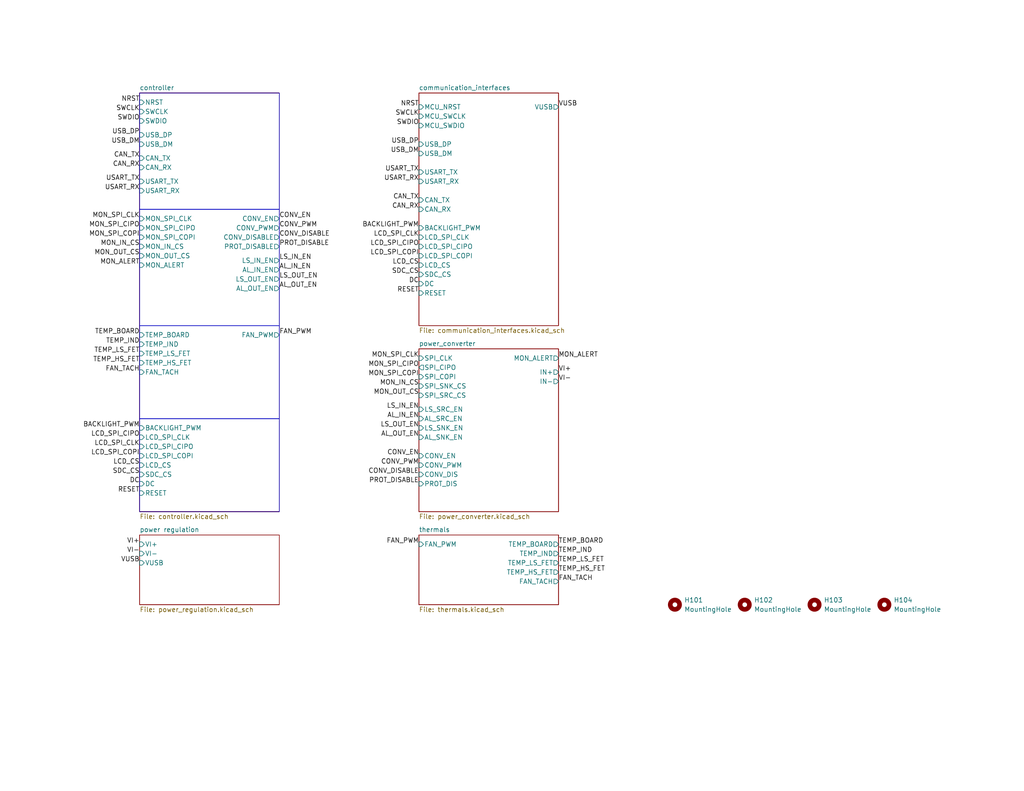
<source format=kicad_sch>
(kicad_sch (version 20231120) (generator "eeschema") (generator_version "8.0")
  (paper "USLetter")
  (title_block (title "Mighty MPPT") (date "2024-08-31") (rev "v0.1.0rc") (comment 1 "Matthew Yu") (comment 2 "Jacob Pustilnik"))
  (lib_symbols
    (symbol "Mechanical:MountingHole" (pin_names (offset 1.016)) (exclude_from_sim yes) (in_bom no)
      (property "Reference" "H" (at 0 5.08 0))
      (property "Value" "MountingHole" (at 0 3.175 0))
      (symbol "MountingHole_0_1"
        (circle (center 0 0) (radius 1.27) (stroke (width 1.27)))
      )
    )
  )
  (rectangle (start 38.1 114.3) (end 76.2 139.7))
  (rectangle (start 38.1 57.15) (end 76.2 88.9))
  (rectangle (start 38.1 88.9) (end 76.2 114.3))
  (rectangle (start 38.1 25.4) (end 76.2 57.15))
  (label "CAN_TX" (at 114.3 54.61 180))
  (label "VI-" (at 38.1 151.13 180))
  (label "SWCLK" (at 114.3 31.75 180))
  (label "FAN_TACH" (at 152.4 158.75 0))
  (label "SDC_CS" (at 114.3 74.93 180))
  (label "FAN_PWM" (at 76.2 91.44 0))
  (label "LCD_CS" (at 114.3 72.39 180))
  (label "MON_SPI_CLK" (at 114.3 97.79 180))
  (label "TEMP_LS_FET" (at 152.4 153.67 0))
  (label "VUSB" (at 38.1 153.67 180))
  (label "SWDIO" (at 38.1 33.02 180))
  (label "NRST" (at 114.3 29.21 180))
  (label "VUSB" (at 152.4 29.21 0))
  (label "USART_TX" (at 114.3 46.99 180))
  (label "AL_IN_EN" (at 114.3 114.3 180))
  (label "TEMP_BOARD" (at 38.1 91.44 180))
  (label "RESET" (at 38.1 134.62 180))
  (label "LCD_SPI_COPI" (at 38.1 124.46 180))
  (label "MON_ALERT" (at 38.1 72.39 180))
  (label "CAN_RX" (at 114.3 57.15 180))
  (label "TEMP_HS_FET" (at 38.1 99.06 180))
  (label "PROT_DISABLE" (at 76.2 67.31 0))
  (label "VI+" (at 38.1 148.59 180))
  (label "MON_SPI_CIPO" (at 38.1 62.23 180))
  (label "USB_DM" (at 114.3 41.91 180))
  (label "BACKLIGHT_PWM" (at 38.1 116.84 180))
  (label "CONV_DISABLE" (at 76.2 64.77 0))
  (label "TEMP_BOARD" (at 152.4 148.59 0))
  (label "MON_SPI_COPI" (at 38.1 64.77 180))
  (label "MON_IN_CS" (at 38.1 67.31 180))
  (label "SWDIO" (at 114.3 34.29 180))
  (label "MON_OUT_CS" (at 114.3 107.95 180))
  (label "MON_IN_CS" (at 114.3 105.41 180))
  (label "NRST" (at 38.1 27.94 180))
  (label "CONV_PWM" (at 114.3 127 180))
  (label "USART_RX" (at 38.1 52.07 180))
  (label "LS_OUT_EN" (at 76.2 76.2 0))
  (label "MON_SPI_CIPO" (at 114.3 100.33 180))
  (label "DC" (at 38.1 132.08 180))
  (label "USB_DP" (at 114.3 39.37 180))
  (label "LCD_CS" (at 38.1 127 180))
  (label "CONV_DISABLE" (at 114.3 129.54 180))
  (label "PROT_DISABLE" (at 114.3 132.08 180))
  (label "DC" (at 114.3 77.47 180))
  (label "BACKLIGHT_PWM" (at 114.3 62.23 180))
  (label "RESET" (at 114.3 80.01 180))
  (label "MON_SPI_COPI" (at 114.3 102.87 180))
  (label "USB_DM" (at 38.1 39.37 180))
  (label "CONV_EN" (at 76.2 59.69 0))
  (label "MON_OUT_CS" (at 38.1 69.85 180))
  (label "AL_OUT_EN" (at 114.3 119.38 180))
  (label "LCD_SPI_CLK" (at 114.3 64.77 180))
  (label "CAN_RX" (at 38.1 45.72 180))
  (label "TEMP_IND" (at 152.4 151.13 0))
  (label "TEMP_IND" (at 38.1 93.98 180))
  (label "SWCLK" (at 38.1 30.48 180))
  (label "LCD_SPI_CIPO" (at 114.3 67.31 180))
  (label "VI+" (at 152.4 101.6 0))
  (label "AL_IN_EN" (at 76.2 73.66 0))
  (label "LS_IN_EN" (at 76.2 71.12 0))
  (label "TEMP_HS_FET" (at 152.4 156.21 0))
  (label "CAN_TX" (at 38.1 43.18 180))
  (label "CONV_PWM" (at 76.2 62.23 0))
  (label "VI-" (at 152.4 104.14 0))
  (label "AL_OUT_EN" (at 76.2 78.74 0))
  (label "USB_DP" (at 38.1 36.83 180))
  (label "LCD_SPI_CIPO" (at 38.1 119.38 180))
  (label "LS_IN_EN" (at 114.3 111.76 180))
  (label "FAN_TACH" (at 38.1 101.6 180))
  (label "FAN_PWM" (at 114.3 148.59 180))
  (label "CONV_EN" (at 114.3 124.46 180))
  (label "USART_TX" (at 38.1 49.53 180))
  (label "TEMP_LS_FET" (at 38.1 96.52 180))
  (label "MON_SPI_CLK" (at 38.1 59.69 180))
  (label "LCD_SPI_COPI" (at 114.3 69.85 180))
  (label "MON_ALERT" (at 152.4 97.79 0))
  (label "LS_OUT_EN" (at 114.3 116.84 180))
  (label "LCD_SPI_CLK" (at 38.1 121.92 180))
  (label "USART_RX" (at 114.3 49.53 180))
  (label "SDC_CS" (at 38.1 129.54 180))
  (symbol (lib_id "Mechanical:MountingHole") (at 222.25 165.1 0) (unit 1) (in_bom no)
    (property "Reference" "H103" (at 224.79 163.8299 0) (effects (justify left)))
    (property "Value" "MountingHole" (at 224.79 166.3699 0) (effects (justify left)))
    (property "Footprint" "MountingHole:MountingHole_2.7mm_M2.5_DIN965_Pad_TopBottom" (effects (hide yes)))
    (property "Description" "Mounting Hole without connection" (effects (hide yes)))
    (property "Notes" "M2.5 Hole" (effects (hide yes)))
  )
  (symbol (lib_id "Mechanical:MountingHole") (at 184.15 165.1 0) (unit 1) (in_bom no)
    (property "Reference" "H101" (at 186.69 163.8299 0) (effects (justify left)))
    (property "Value" "MountingHole" (at 186.69 166.3699 0) (effects (justify left)))
    (property "Footprint" "MountingHole:MountingHole_2.7mm_M2.5_DIN965_Pad_TopBottom" (effects (hide yes)))
    (property "Description" "Mounting Hole without connection" (effects (hide yes)))
    (property "Notes" "M2.5 Hole" (effects (hide yes)))
  )
  (symbol (lib_id "Mechanical:MountingHole") (at 241.3 165.1 0) (unit 1) (in_bom no)
    (property "Reference" "H104" (at 243.84 163.8299 0) (effects (justify left)))
    (property "Value" "MountingHole" (at 243.84 166.3699 0) (effects (justify left)))
    (property "Footprint" "MountingHole:MountingHole_2.7mm_M2.5_DIN965_Pad_TopBottom" (effects (hide yes)))
    (property "Description" "Mounting Hole without connection" (effects (hide yes)))
    (property "Notes" "M2.5 Hole" (effects (hide yes)))
  )
  (symbol (lib_id "Mechanical:MountingHole") (at 203.2 165.1 0) (unit 1) (in_bom no)
    (property "Reference" "H102" (at 205.74 163.8299 0) (effects (justify left)))
    (property "Value" "MountingHole" (at 205.74 166.3699 0) (effects (justify left)))
    (property "Footprint" "MountingHole:MountingHole_2.7mm_M2.5_DIN965_Pad_TopBottom" (effects (hide yes)))
    (property "Description" "Mounting Hole without connection" (effects (hide yes)))
    (property "Notes" "M2.5 Hole" (effects (hide yes)))
  )
  (sheet (at 114.3 95.25) (size 38.1 44.45) (stroke (width 0.1524))
    (property "Sheetname" "power_converter" (at 114.3 94.5384 0) (effects (justify left bottom)))
    (property "Sheetfile" "power_converter.kicad_sch" (at 114.3 140.2846 0) (effects (justify left top)))
    (pin "SPI_SNK_CS" input (at 114.3 105.41 180))
    (pin "SPI_CLK" input (at 114.3 97.79 180))
    (pin "SPI_COPI" input (at 114.3 102.87 180))
    (pin "SPI_CIPO" output (at 114.3 100.33 180))
    (pin "SPI_SRC_CS" input (at 114.3 107.95 180))
    (pin "AL_SNK_EN" input (at 114.3 119.38 180))
    (pin "LS_SNK_EN" input (at 114.3 116.84 180))
    (pin "AL_SRC_EN" input (at 114.3 114.3 180))
    (pin "LS_SRC_EN" input (at 114.3 111.76 180))
    (pin "CONV_DIS" input (at 114.3 129.54 180))
    (pin "PROT_DIS" input (at 114.3 132.08 180))
    (pin "CONV_PWM" input (at 114.3 127 180))
    (pin "CONV_EN" input (at 114.3 124.46 180))
    (pin "IN+" output (at 152.4 101.6 0))
    (pin "IN-" output (at 152.4 104.14 0))
    (pin "MON_ALERT" output (at 152.4 97.79 0))
  )
  (sheet (at 38.1 146.05) (size 38.1 19.05) (stroke (width 0.1524))
    (property "Sheetname" "power regulation" (at 38.1 145.3384 0) (effects (justify left bottom)))
    (property "Sheetfile" "power_regulation.kicad_sch" (at 38.1 165.6846 0) (effects (justify left top)))
    (pin "VI-" input (at 38.1 151.13 180))
    (pin "VI+" input (at 38.1 148.59 180))
    (pin "VUSB" input (at 38.1 153.67 180))
  )
  (sheet (at 38.1 25.4) (size 38.1 114.3) (stroke (width 0.1524))
    (property "Sheetname" "controller" (at 38.1 24.6884 0) (effects (justify left bottom)))
    (property "Sheetfile" "controller.kicad_sch" (at 38.1 140.2846 0) (effects (justify left top)))
    (pin "TEMP_HS_FET" input (at 38.1 99.06 180))
    (pin "TEMP_LS_FET" input (at 38.1 96.52 180))
    (pin "LCD_CS" input (at 38.1 127 180))
    (pin "TEMP_IND" input (at 38.1 93.98 180))
    (pin "MON_ALERT" input (at 38.1 72.39 180))
    (pin "MON_OUT_CS" input (at 38.1 69.85 180))
    (pin "TEMP_BOARD" input (at 38.1 91.44 180))
    (pin "LCD_SPI_CIPO" input (at 38.1 121.92 180))
    (pin "LCD_SPI_COPI" input (at 38.1 124.46 180))
    (pin "LCD_SPI_CLK" input (at 38.1 119.38 180))
    (pin "CONV_EN" output (at 76.2 59.69 0))
    (pin "FAN_PWM" output (at 76.2 91.44 0))
    (pin "USB_DM" input (at 38.1 39.37 180))
    (pin "SWCLK" input (at 38.1 30.48 180))
    (pin "SWDIO" input (at 38.1 33.02 180))
    (pin "AL_IN_EN" output (at 76.2 73.66 0))
    (pin "LS_IN_EN" output (at 76.2 71.12 0))
    (pin "USART_TX" input (at 38.1 49.53 180))
    (pin "PROT_DISABLE" output (at 76.2 67.31 0))
    (pin "CONV_DISABLE" output (at 76.2 64.77 0))
    (pin "AL_OUT_EN" output (at 76.2 78.74 0))
    (pin "CONV_PWM" output (at 76.2 62.23 0))
    (pin "BACKLIGHT_PWM" input (at 38.1 116.84 180))
    (pin "MON_IN_CS" input (at 38.1 67.31 180))
    (pin "LS_OUT_EN" output (at 76.2 76.2 0))
    (pin "MON_SPI_CLK" input (at 38.1 59.69 180))
    (pin "MON_SPI_CIPO" input (at 38.1 62.23 180))
    (pin "USART_RX" input (at 38.1 52.07 180))
    (pin "MON_SPI_COPI" input (at 38.1 64.77 180))
    (pin "CAN_RX" input (at 38.1 45.72 180))
    (pin "RESET" input (at 38.1 134.62 180))
    (pin "DC" input (at 38.1 132.08 180))
    (pin "USB_DP" input (at 38.1 36.83 180))
    (pin "SDC_CS" input (at 38.1 129.54 180))
    (pin "CAN_TX" input (at 38.1 43.18 180))
    (pin "NRST" input (at 38.1 27.94 180))
    (pin "FAN_TACH" input (at 38.1 101.6 180))
  )
  (sheet (at 114.3 146.05) (size 38.1 19.05) (stroke (width 0.1524))
    (property "Sheetname" "thermals" (at 114.3 145.3384 0) (effects (justify left bottom)))
    (property "Sheetfile" "thermals.kicad_sch" (at 114.3 165.6846 0) (effects (justify left top)))
    (pin "TEMP_LS_FET" output (at 152.4 153.67 0))
    (pin "TEMP_HS_FET" output (at 152.4 156.21 0))
    (pin "TEMP_IND" output (at 152.4 151.13 0))
    (pin "FAN_PWM" input (at 114.3 148.59 180))
    (pin "TEMP_BOARD" output (at 152.4 148.59 0))
    (pin "FAN_TACH" output (at 152.4 158.75 0))
  )
  (sheet (at 114.3 25.4) (size 38.1 63.5) (stroke (width 0.1524))
    (property "Sheetname" "communication_interfaces" (at 114.3 24.6884 0) (effects (justify left bottom)))
    (property "Sheetfile" "communication_interfaces.kicad_sch" (at 114.3 89.4846 0) (effects (justify left top)))
    (pin "CAN_RX" input (at 114.3 57.15 180))
    (pin "CAN_TX" input (at 114.3 54.61 180))
    (pin "USB_DP" input (at 114.3 39.37 180))
    (pin "USB_DM" input (at 114.3 41.91 180))
    (pin "MCU_NRST" input (at 114.3 29.21 180))
    (pin "MCU_SWCLK" input (at 114.3 31.75 180))
    (pin "MCU_SWDIO" input (at 114.3 34.29 180))
    (pin "USART_TX" input (at 114.3 46.99 180))
    (pin "USART_RX" input (at 114.3 49.53 180))
    (pin "BACKLIGHT_PWM" input (at 114.3 62.23 180))
    (pin "LCD_SPI_CLK" input (at 114.3 64.77 180))
    (pin "LCD_SPI_CIPO" input (at 114.3 67.31 180))
    (pin "LCD_SPI_COPI" input (at 114.3 69.85 180))
    (pin "LCD_CS" input (at 114.3 72.39 180))
    (pin "RESET" input (at 114.3 80.01 180))
    (pin "DC" input (at 114.3 77.47 180))
    (pin "SDC_CS" input (at 114.3 74.93 180))
    (pin "VUSB" output (at 152.4 29.21 0))
  )
)
</source>
